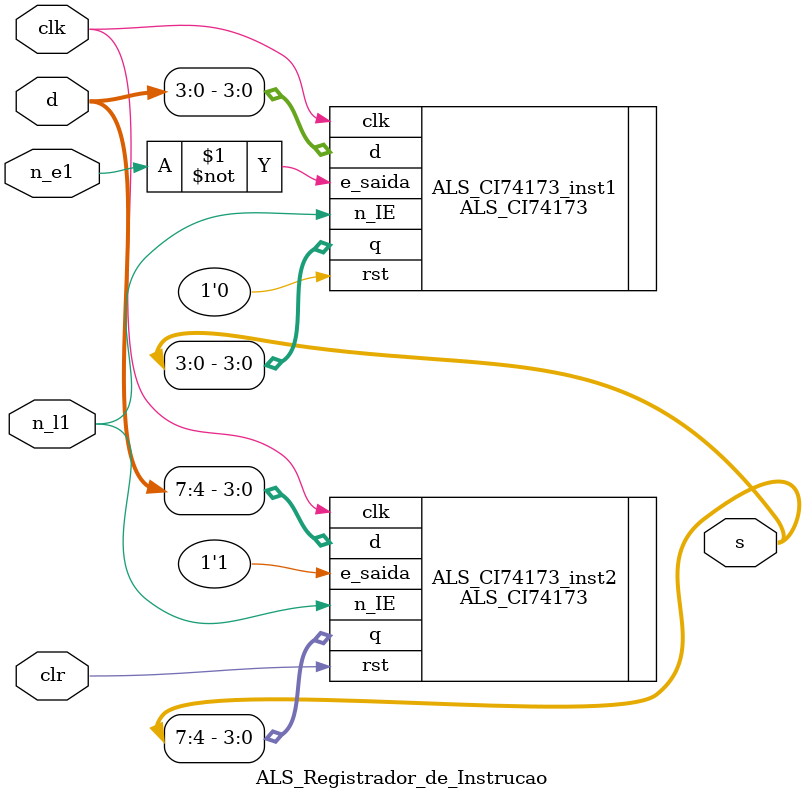
<source format=v>
module ALS_Registrador_de_Instrucao (
  input [7:0] d,
  input clk,
  input clr,
  input n_e1,
  input n_l1,
  output [7:0] s
);
  
  ALS_CI74173 ALS_CI74173_inst1 (
    .d(d[3:0]),
    .clk(clk),
    .rst(1'b0),
    .n_IE(n_l1),
    .e_saida(~n_e1),
    .q(s[3:0])
  );

  ALS_CI74173 ALS_CI74173_inst2 (
    .d(d[7:4]),
    .clk(clk),
    .rst(clr),
    .n_IE(n_l1),
    .e_saida(1'b1),
    .q(s[7:4])
  );
endmodule 

</source>
